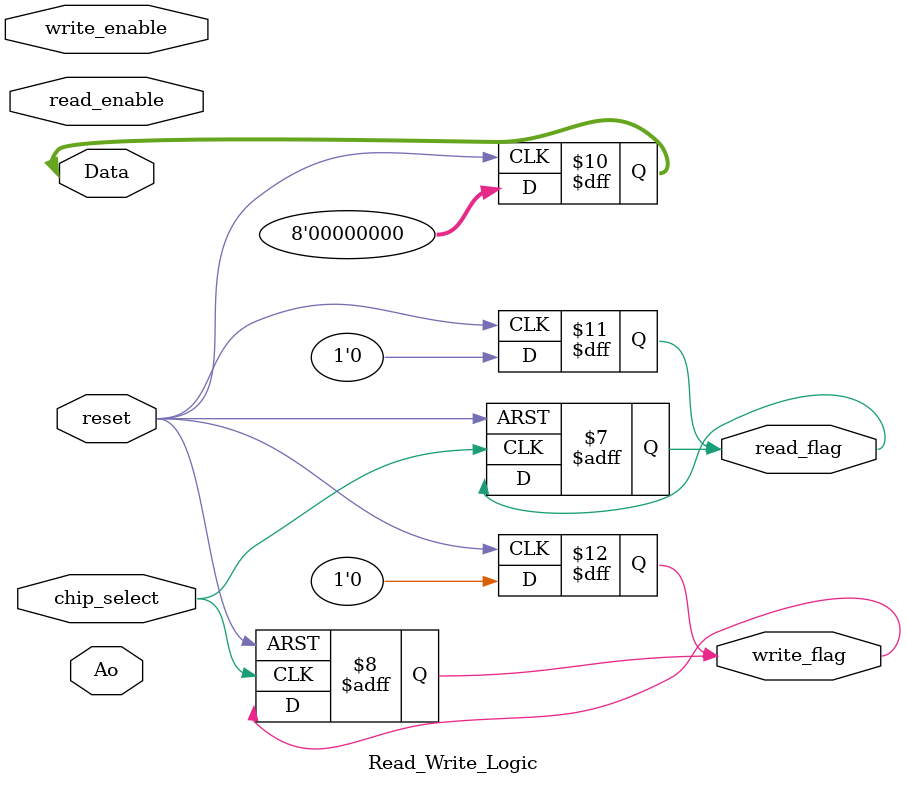
<source format=v>
module Read_Write_Logic(
    input read_enable,
    input write_enable,
    input chip_select,
    input Ao,
    input reset, // Active high
    inout [7:0] Data,
    output reg read_flag,
    output reg write_flag
);

    reg [1:0] count = 2'b00;

    always @(posedge reset) begin
        if (reset) begin
            Data <= 8'b00000000;
            count <= 2'b00;
            read_flag <= 1'b0;
            write_flag <= 1'b0;
        end
    end

    always @(posedge chip_select or posedge reset) begin
        if (reset) begin
            count <= 2'b00;
            read_flag <= 1'b0;
            write_flag <= 1'b0;
        end else if (~chip_select) begin
            // Check for read operation
            if (read_enable) begin
                read_flag <= 1'b1;
            end
            // Check for write operation
            else if (write_enable) begin
                // Write operation happens after two bytes of low signal
                if (count >= 2'b10) begin
                    count <= 2'b00;
                    write_flag <= 1'b1;
                end else begin
                    count <= count + 1;
                end
            end
        end
    end

endmodule

</source>
